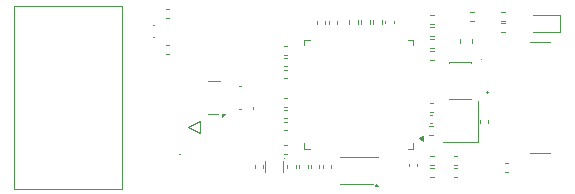
<source format=gbr>
%TF.GenerationSoftware,KiCad,Pcbnew,9.0.6*%
%TF.CreationDate,2025-12-29T16:38:57+01:00*%
%TF.ProjectId,Programmer_Board,50726f67-7261-46d6-9d65-725f426f6172,1.0*%
%TF.SameCoordinates,Original*%
%TF.FileFunction,Legend,Top*%
%TF.FilePolarity,Positive*%
%FSLAX46Y46*%
G04 Gerber Fmt 4.6, Leading zero omitted, Abs format (unit mm)*
G04 Created by KiCad (PCBNEW 9.0.6) date 2025-12-29 16:38:57*
%MOMM*%
%LPD*%
G01*
G04 APERTURE LIST*
%ADD10C,0.120000*%
%ADD11C,0.100000*%
%ADD12C,0.100499*%
G04 APERTURE END LIST*
D10*
%TO.C,C203*%
X152727836Y-99540000D02*
X152512164Y-99540000D01*
X152727836Y-100260000D02*
X152512164Y-100260000D01*
%TO.C,R202*%
X165143641Y-108820000D02*
X164836359Y-108820000D01*
X165143641Y-109580000D02*
X164836359Y-109580000D01*
%TO.C,R201*%
X164766359Y-106320000D02*
X165073641Y-106320000D01*
X164766359Y-107080000D02*
X165073641Y-107080000D01*
%TO.C,C208*%
X152727836Y-103940000D02*
X152512164Y-103940000D01*
X152727836Y-104660000D02*
X152512164Y-104660000D01*
%TO.C,R203*%
X167153641Y-109820000D02*
X166846359Y-109820000D01*
X167153641Y-110580000D02*
X166846359Y-110580000D01*
%TO.C,U201*%
X154210000Y-99000000D02*
X154685000Y-99000000D01*
X154210000Y-99475000D02*
X154210000Y-99000000D01*
X154210000Y-108220000D02*
X154210000Y-107745000D01*
X154685000Y-108220000D02*
X154210000Y-108220000D01*
X162955000Y-99000000D02*
X163430000Y-99000000D01*
X163430000Y-99000000D02*
X163430000Y-99475000D01*
X163430000Y-107745000D02*
X163430000Y-108220000D01*
X163430000Y-108220000D02*
X162955000Y-108220000D01*
X164260000Y-107600000D02*
X163930000Y-107360000D01*
X164260000Y-107120000D01*
X164260000Y-107600000D01*
G36*
X164260000Y-107600000D02*
G01*
X163930000Y-107360000D01*
X164260000Y-107120000D01*
X164260000Y-107600000D01*
G37*
%TO.C,R212*%
X159020000Y-97663641D02*
X159020000Y-97356359D01*
X159780000Y-97663641D02*
X159780000Y-97356359D01*
%TO.C,R213*%
X158020000Y-97663641D02*
X158020000Y-97356359D01*
X158780000Y-97663641D02*
X158780000Y-97356359D01*
D11*
%TO.C,D104*%
X169250000Y-100705000D02*
G75*
G02*
X169150000Y-100705000I-50000J0D01*
G01*
X169150000Y-100705000D02*
G75*
G02*
X169250000Y-100705000I50000J0D01*
G01*
D10*
%TO.C,Y201*%
X165960000Y-107630000D02*
X168880000Y-107630000D01*
X168880000Y-107630000D02*
X168880000Y-104210000D01*
D11*
%TO.C,D101*%
X143740000Y-108700000D02*
G75*
G02*
X143640000Y-108700000I-50000J0D01*
G01*
X143640000Y-108700000D02*
G75*
G02*
X143740000Y-108700000I50000J0D01*
G01*
D10*
%TO.C,R204*%
X167143641Y-108820000D02*
X166836359Y-108820000D01*
X167143641Y-109580000D02*
X166836359Y-109580000D01*
%TO.C,U1*%
X146075000Y-102480000D02*
X147075000Y-102480000D01*
X146075000Y-105300000D02*
X146865000Y-105300000D01*
X147195000Y-105580000D02*
X147195000Y-105300000D01*
X147475000Y-105300000D01*
X147195000Y-105580000D01*
G36*
X147195000Y-105580000D02*
G01*
X147195000Y-105300000D01*
X147475000Y-105300000D01*
X147195000Y-105580000D01*
G37*
%TO.C,C215*%
X152727836Y-101540000D02*
X152512164Y-101540000D01*
X152727836Y-102260000D02*
X152512164Y-102260000D01*
%TO.C,C213*%
X154760000Y-109612164D02*
X154760000Y-109827836D01*
X155480000Y-109612164D02*
X155480000Y-109827836D01*
%TO.C,R103*%
X142456359Y-96420000D02*
X142763641Y-96420000D01*
X142456359Y-97180000D02*
X142763641Y-97180000D01*
%TO.C,C202*%
X152727836Y-104940000D02*
X152512164Y-104940000D01*
X152727836Y-105660000D02*
X152512164Y-105660000D01*
%TO.C,R105*%
X170846359Y-96620000D02*
X171153641Y-96620000D01*
X170846359Y-97380000D02*
X171153641Y-97380000D01*
%TO.C,R104*%
X171146359Y-109420000D02*
X171453641Y-109420000D01*
X171146359Y-110180000D02*
X171453641Y-110180000D01*
%TO.C,U102*%
X150895000Y-109230000D02*
X150895000Y-110230000D01*
X152375000Y-109230000D02*
X152375000Y-110230000D01*
D12*
X152585249Y-109030000D02*
G75*
G02*
X152484751Y-109030000I-50249J0D01*
G01*
X152484751Y-109030000D02*
G75*
G02*
X152585249Y-109030000I50249J0D01*
G01*
D10*
%TO.C,C102*%
X150000000Y-109857836D02*
X150000000Y-109642164D01*
X150720000Y-109857836D02*
X150720000Y-109642164D01*
%TO.C,U202*%
X157210000Y-108935000D02*
X160430000Y-108935000D01*
X160005568Y-111205000D02*
X157210000Y-111205000D01*
X160440000Y-111400000D02*
X160160000Y-111400000D01*
X160300000Y-111210000D01*
X160440000Y-111400000D01*
G36*
X160440000Y-111400000D02*
G01*
X160160000Y-111400000D01*
X160300000Y-111210000D01*
X160440000Y-111400000D01*
G37*
D11*
%TO.C,R101*%
X148675000Y-102890000D02*
X148875000Y-102890000D01*
X148675000Y-104890000D02*
X148875000Y-104890000D01*
X149875000Y-104747000D02*
X149875000Y-104747000D01*
X149875000Y-104847000D02*
X149875000Y-104847000D01*
X149875000Y-104747000D02*
G75*
G02*
X149875000Y-104847000I0J-50000D01*
G01*
X149875000Y-104847000D02*
G75*
G02*
X149875000Y-104747000I0J50000D01*
G01*
D10*
%TO.C,C211*%
X152760000Y-109612164D02*
X152760000Y-109827836D01*
X153480000Y-109612164D02*
X153480000Y-109827836D01*
%TO.C,C205*%
X169060000Y-106027836D02*
X169060000Y-105812164D01*
X169780000Y-106027836D02*
X169780000Y-105812164D01*
%TO.C,C12*%
X153760000Y-109612164D02*
X153760000Y-109827836D01*
X154480000Y-109612164D02*
X154480000Y-109827836D01*
%TO.C,C103*%
X152727836Y-107940000D02*
X152512164Y-107940000D01*
X152727836Y-108660000D02*
X152512164Y-108660000D01*
%TO.C,R208*%
X164846359Y-98920000D02*
X165153641Y-98920000D01*
X164846359Y-99680000D02*
X165153641Y-99680000D01*
%TO.C,C204*%
X152727836Y-100540000D02*
X152512164Y-100540000D01*
X152727836Y-101260000D02*
X152512164Y-101260000D01*
%TO.C,D105*%
X173600000Y-98335000D02*
X175885000Y-98335000D01*
X175885000Y-96865000D02*
X173600000Y-96865000D01*
X175885000Y-98335000D02*
X175885000Y-96865000D01*
%TO.C,R106*%
X168553641Y-96620000D02*
X168246359Y-96620000D01*
X168553641Y-97380000D02*
X168246359Y-97380000D01*
%TO.C,C207*%
X156260000Y-97627836D02*
X156260000Y-97412164D01*
X156980000Y-97627836D02*
X156980000Y-97412164D01*
%TO.C,U103*%
X166472500Y-100910000D02*
X168292500Y-100910000D01*
X166472500Y-100960000D02*
X166472500Y-100910000D01*
X166472500Y-104030000D02*
X166472500Y-103980000D01*
X168292500Y-100910000D02*
X168292500Y-100960000D01*
X168292500Y-103980000D02*
X168292500Y-104030000D01*
X168292500Y-104030000D02*
X166472500Y-104030000D01*
D11*
X169782500Y-103470000D02*
G75*
G02*
X169582500Y-103470000I-100000J0D01*
G01*
X169582500Y-103470000D02*
G75*
G02*
X169782500Y-103470000I100000J0D01*
G01*
D10*
%TO.C,J101*%
X129650000Y-96110000D02*
X138770000Y-96110000D01*
X129650000Y-111610000D02*
X129650000Y-96110000D01*
X138770000Y-96110000D02*
X138770000Y-111610000D01*
X138770000Y-111610000D02*
X129650000Y-111610000D01*
X144390000Y-106400000D02*
X145390000Y-106900000D01*
X145390000Y-105900000D02*
X144390000Y-106400000D01*
X145390000Y-106900000D02*
X145390000Y-105900000D01*
%TO.C,C216*%
X155760000Y-109827836D02*
X155760000Y-109612164D01*
X156480000Y-109827836D02*
X156480000Y-109612164D01*
%TO.C,R207*%
X165103641Y-104320000D02*
X164796359Y-104320000D01*
X165103641Y-105080000D02*
X164796359Y-105080000D01*
%TO.C,C101*%
X167390000Y-99240580D02*
X167390000Y-98959420D01*
X168410000Y-99240580D02*
X168410000Y-98959420D01*
%TO.C,R210*%
X164846359Y-96920000D02*
X165153641Y-96920000D01*
X164846359Y-97680000D02*
X165153641Y-97680000D01*
%TO.C,C214*%
X163040000Y-109727836D02*
X163040000Y-109512164D01*
X163760000Y-109727836D02*
X163760000Y-109512164D01*
%TO.C,C210*%
X161040000Y-97617836D02*
X161040000Y-97402164D01*
X161760000Y-97617836D02*
X161760000Y-97402164D01*
%TO.C,R102*%
X142446359Y-99420000D02*
X142753641Y-99420000D01*
X142446359Y-100180000D02*
X142753641Y-100180000D01*
%TO.C,R205*%
X164846359Y-109820000D02*
X165153641Y-109820000D01*
X164846359Y-110580000D02*
X165153641Y-110580000D01*
%TO.C,C206*%
X165047836Y-105340000D02*
X164832164Y-105340000D01*
X165047836Y-106060000D02*
X164832164Y-106060000D01*
%TO.C,R206*%
X165153641Y-99920000D02*
X164846359Y-99920000D01*
X165153641Y-100680000D02*
X164846359Y-100680000D01*
D11*
%TO.C,D103*%
X141545000Y-98800000D02*
G75*
G02*
X141445000Y-98800000I-50000J0D01*
G01*
X141445000Y-98800000D02*
G75*
G02*
X141545000Y-98800000I50000J0D01*
G01*
D10*
%TO.C,J103*%
X174990000Y-99220000D02*
X173290000Y-99220000D01*
X174990000Y-108560000D02*
X173290000Y-108560000D01*
%TO.C,R209*%
X164846359Y-97920000D02*
X165153641Y-97920000D01*
X164846359Y-98680000D02*
X165153641Y-98680000D01*
%TO.C,C201*%
X152727836Y-105940000D02*
X152512164Y-105940000D01*
X152727836Y-106660000D02*
X152512164Y-106660000D01*
%TO.C,C209*%
X155260000Y-97627836D02*
X155260000Y-97412164D01*
X155980000Y-97627836D02*
X155980000Y-97412164D01*
%TO.C,R107*%
X171153641Y-97620000D02*
X170846359Y-97620000D01*
X171153641Y-98380000D02*
X170846359Y-98380000D01*
D11*
%TO.C,D102*%
X141545000Y-97800000D02*
G75*
G02*
X141445000Y-97800000I-50000J0D01*
G01*
X141445000Y-97800000D02*
G75*
G02*
X141545000Y-97800000I50000J0D01*
G01*
D10*
%TO.C,R211*%
X160020000Y-97663641D02*
X160020000Y-97356359D01*
X160780000Y-97663641D02*
X160780000Y-97356359D01*
%TD*%
M02*

</source>
